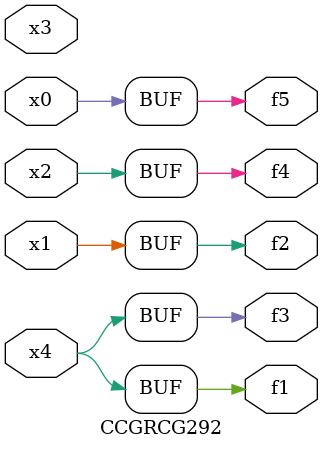
<source format=v>
module CCGRCG292(
	input x0, x1, x2, x3, x4,
	output f1, f2, f3, f4, f5
);
	assign f1 = x4;
	assign f2 = x1;
	assign f3 = x4;
	assign f4 = x2;
	assign f5 = x0;
endmodule

</source>
